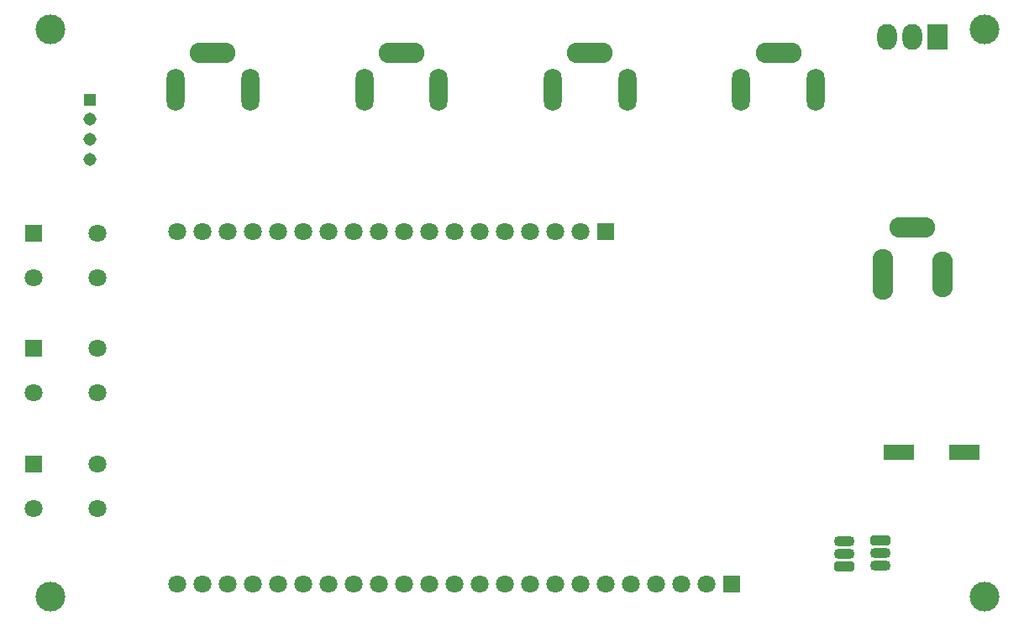
<source format=gbs>
G04 DipTrace 4.2.0.1*
G04 Led_Race.gbs*
%MOIN*%
G04 #@! TF.FileFunction,Soldermask,Bot*
G04 #@! TF.Part,Single*
%AMOUTLINE43*
4,1,8,
0.030343,-0.021654,
0.041339,-0.010658,
0.041339,0.010658,
0.030343,0.021654,
-0.030343,0.021654,
-0.041339,0.010658,
-0.041339,-0.010658,
-0.030343,-0.021654,
0.030343,-0.021654,
0*%
%AMOUTLINE46*
4,1,8,
-0.030343,0.021654,
-0.041339,0.010658,
-0.041339,-0.010658,
-0.030343,-0.021654,
0.030343,-0.021654,
0.041339,-0.010658,
0.041339,0.010658,
0.030343,0.021654,
-0.030343,0.021654,
0*%
%ADD40C,0.11811*%
%ADD48O,0.082677X0.043307*%
%ADD50R,0.122047X0.062992*%
%ADD52O,0.07874X0.102362*%
%ADD54R,0.07874X0.102362*%
%ADD56O,0.082677X0.200787*%
%ADD58O,0.082677X0.181102*%
%ADD60C,0.051496*%
%ADD62R,0.051496X0.051496*%
%ADD64O,0.070866X0.169291*%
%ADD66O,0.181102X0.082677*%
%ADD68C,0.070866*%
%ADD70R,0.070866X0.070866*%
%ADD126OUTLINE43*%
%ADD129OUTLINE46*%
%FSLAX26Y26*%
G04*
G70*
G90*
G75*
G01*
G04 BotMask*
%LPD*%
D40*
X-503937Y803150D3*
X3204724Y-1448819D3*
X-503937D3*
X3204724Y803150D3*
D70*
X2200787Y-1400000D3*
D68*
X2100787D3*
X2000787D3*
X1900787D3*
X1800787D3*
X1700787D3*
X1600787D3*
X1500787D3*
X1400787D3*
X1300787D3*
X1200787D3*
X1100787D3*
X1000787D3*
X900787D3*
X800787D3*
X700787D3*
X600787D3*
X500787D3*
X400787D3*
X300787D3*
X200787D3*
X100787D3*
X787D3*
D70*
X1700000Y0D3*
D68*
X1600000D3*
X1500000D3*
X1400000D3*
X1300000D3*
X1200000D3*
X1100000D3*
X1000000D3*
X900000D3*
X800000D3*
X700000D3*
X600000D3*
X500000D3*
X400000D3*
X300000D3*
X200000D3*
X100000D3*
X0D3*
D66*
X2385827Y708661D3*
D64*
X2533465Y562992D3*
X2238189D3*
D66*
X1637795Y708661D3*
D64*
X1785433Y562992D3*
X1490157D3*
D62*
X-348028Y523283D3*
D60*
Y444543D3*
Y365803D3*
Y287063D3*
D66*
X889764Y708661D3*
D64*
X1037402Y562992D3*
X742126D3*
D66*
X141732Y708661D3*
D64*
X289370Y562992D3*
X-5906D3*
D58*
X3035433Y-169291D3*
D56*
X2799213D3*
D66*
X2917323Y15748D3*
D54*
X3015748Y771653D3*
D52*
X2915748Y771648D3*
X2815748Y771643D3*
D50*
X3122047Y-877948D3*
X2862205Y-877958D3*
D126*
X2645669Y-1330709D3*
D48*
Y-1280709D3*
Y-1230709D3*
D129*
X2791339Y-1228346D3*
D48*
Y-1278346D3*
Y-1328346D3*
D70*
X-570866Y-5513D3*
D68*
Y-182678D3*
X-314961D3*
Y-5513D3*
D70*
X-570866Y-464961D3*
D68*
Y-642126D3*
X-314961D3*
Y-464961D3*
D70*
X-570866Y-924409D3*
D68*
Y-1101575D3*
X-314961D3*
Y-924409D3*
M02*

</source>
